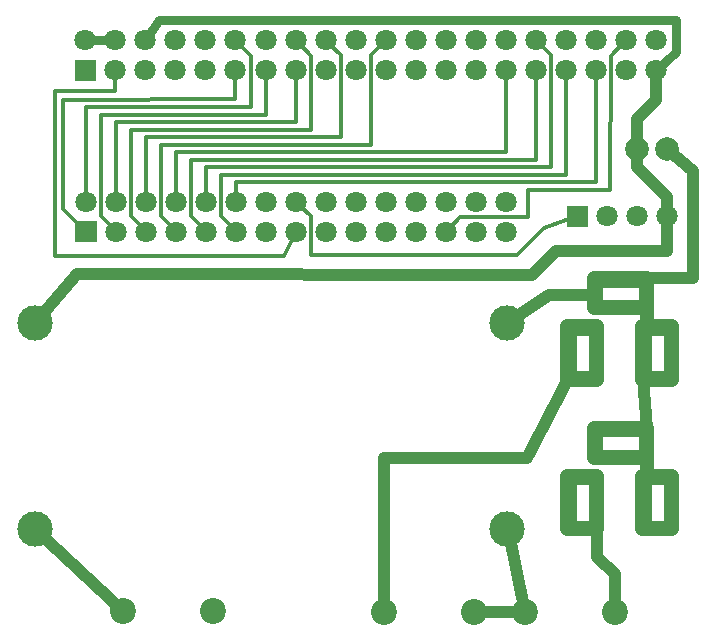
<source format=gbr>
%FSLAX34Y34*%
%MOMM*%
%LNSILK_TOP*%
G71*
G01*
%ADD10C, 1.80*%
%ADD11C, 2.20*%
%ADD12C, 3.00*%
%ADD13C, 2.00*%
%ADD14C, 1.50*%
%ADD15C, 1.50*%
%ADD16C, 0.35*%
%ADD17C, 1.00*%
%ADD18C, 2.00*%
%ADD19C, 0.80*%
%ADD20C, 0.10*%
%ADD21C, 0.75*%
%ADD22C, 1.15*%
%ADD23C, 1.10*%
%LPD*%
X85328Y-25797D02*
G54D10*
D03*
G36*
X76328Y-42197D02*
X94328Y-42197D01*
X94328Y-60197D01*
X76328Y-60197D01*
X76328Y-42197D01*
G37*
X110728Y-25797D02*
G54D10*
D03*
X110728Y-51197D02*
G54D10*
D03*
X136128Y-25797D02*
G54D10*
D03*
X136128Y-51197D02*
G54D10*
D03*
X161528Y-25797D02*
G54D10*
D03*
X161528Y-51197D02*
G54D10*
D03*
X186928Y-25797D02*
G54D10*
D03*
X186928Y-51197D02*
G54D10*
D03*
X212328Y-25797D02*
G54D10*
D03*
X212328Y-51197D02*
G54D10*
D03*
X237828Y-25797D02*
G54D10*
D03*
X237828Y-51197D02*
G54D10*
D03*
X263228Y-25797D02*
G54D10*
D03*
X263228Y-51197D02*
G54D10*
D03*
X288628Y-25797D02*
G54D10*
D03*
X288628Y-51197D02*
G54D10*
D03*
X314028Y-25797D02*
G54D10*
D03*
X314028Y-51197D02*
G54D10*
D03*
X339428Y-25797D02*
G54D10*
D03*
X339428Y-51197D02*
G54D10*
D03*
X364828Y-25797D02*
G54D10*
D03*
X364828Y-51197D02*
G54D10*
D03*
X390228Y-25797D02*
G54D10*
D03*
X390228Y-51197D02*
G54D10*
D03*
X415628Y-25797D02*
G54D10*
D03*
X415628Y-51197D02*
G54D10*
D03*
X441028Y-25797D02*
G54D10*
D03*
X441028Y-51197D02*
G54D10*
D03*
X466428Y-25797D02*
G54D10*
D03*
X466428Y-51197D02*
G54D10*
D03*
X491828Y-25797D02*
G54D10*
D03*
X491828Y-51197D02*
G54D10*
D03*
X517228Y-25797D02*
G54D10*
D03*
X517228Y-51197D02*
G54D10*
D03*
X542628Y-25797D02*
G54D10*
D03*
X542628Y-51197D02*
G54D10*
D03*
X568028Y-25797D02*
G54D10*
D03*
X568028Y-51197D02*
G54D10*
D03*
X85725Y-162322D02*
G54D10*
D03*
G36*
X76725Y-178722D02*
X94725Y-178722D01*
X94725Y-196722D01*
X76725Y-196722D01*
X76725Y-178722D01*
G37*
X111125Y-162322D02*
G54D10*
D03*
X111125Y-187722D02*
G54D10*
D03*
X136525Y-162322D02*
G54D10*
D03*
X136525Y-187722D02*
G54D10*
D03*
X161925Y-162322D02*
G54D10*
D03*
X161925Y-187722D02*
G54D10*
D03*
X187325Y-162322D02*
G54D10*
D03*
X187325Y-187722D02*
G54D10*
D03*
X212725Y-162322D02*
G54D10*
D03*
X212725Y-187722D02*
G54D10*
D03*
X238225Y-162322D02*
G54D10*
D03*
X238225Y-187722D02*
G54D10*
D03*
X263625Y-162322D02*
G54D10*
D03*
X263625Y-187722D02*
G54D10*
D03*
X289025Y-162322D02*
G54D10*
D03*
X289025Y-187722D02*
G54D10*
D03*
X314425Y-162322D02*
G54D10*
D03*
X314425Y-187722D02*
G54D10*
D03*
X339825Y-162322D02*
G54D10*
D03*
X339825Y-187722D02*
G54D10*
D03*
X365225Y-162322D02*
G54D10*
D03*
X365225Y-187722D02*
G54D10*
D03*
X390625Y-162322D02*
G54D10*
D03*
X390625Y-187722D02*
G54D10*
D03*
X416025Y-162322D02*
G54D10*
D03*
X416025Y-187722D02*
G54D10*
D03*
X441425Y-162322D02*
G54D10*
D03*
X441425Y-187722D02*
G54D10*
D03*
X577878Y-174693D02*
G54D10*
D03*
X552478Y-174693D02*
G54D10*
D03*
X527078Y-174693D02*
G54D10*
D03*
G36*
X510678Y-165693D02*
X510678Y-183693D01*
X492678Y-183693D01*
X492678Y-165693D01*
X510678Y-165693D01*
G37*
X193278Y-509190D02*
G54D11*
D03*
X117078Y-509190D02*
G54D11*
D03*
X414337Y-509588D02*
G54D11*
D03*
X338137Y-509588D02*
G54D11*
D03*
X457200Y-509588D02*
G54D11*
D03*
X533400Y-509588D02*
G54D11*
D03*
X442515Y-439738D02*
G54D12*
D03*
X442515Y-265113D02*
G54D12*
D03*
X42465Y-439738D02*
G54D12*
D03*
X42465Y-265113D02*
G54D12*
D03*
X42465Y-439738D02*
G54D13*
D03*
X42465Y-265113D02*
G54D13*
D03*
X442515Y-265113D02*
G54D13*
D03*
X442515Y-439738D02*
G54D13*
D03*
X193278Y-509190D02*
G54D14*
D03*
X117078Y-509190D02*
G54D14*
D03*
X414337Y-509588D02*
G54D14*
D03*
X338137Y-509588D02*
G54D14*
D03*
X457200Y-509588D02*
G54D14*
D03*
X533400Y-509588D02*
G54D14*
D03*
X85725Y-162322D02*
G54D15*
D03*
G36*
X78225Y-180222D02*
X93225Y-180222D01*
X93225Y-195222D01*
X78225Y-195222D01*
X78225Y-180222D01*
G37*
X111125Y-162322D02*
G54D15*
D03*
X111125Y-187722D02*
G54D15*
D03*
X136525Y-162322D02*
G54D15*
D03*
X136525Y-187722D02*
G54D15*
D03*
X161925Y-162322D02*
G54D15*
D03*
X161925Y-187722D02*
G54D15*
D03*
X187325Y-162322D02*
G54D15*
D03*
X187325Y-187722D02*
G54D15*
D03*
X212725Y-162322D02*
G54D15*
D03*
X212725Y-187722D02*
G54D15*
D03*
X238225Y-162322D02*
G54D15*
D03*
X238225Y-187722D02*
G54D15*
D03*
X263625Y-162322D02*
G54D15*
D03*
X263625Y-187722D02*
G54D15*
D03*
X289025Y-162322D02*
G54D15*
D03*
X289025Y-187722D02*
G54D15*
D03*
X314425Y-162322D02*
G54D15*
D03*
X314425Y-187722D02*
G54D15*
D03*
X339825Y-162322D02*
G54D15*
D03*
X339825Y-187722D02*
G54D15*
D03*
X365225Y-162322D02*
G54D15*
D03*
X365225Y-187722D02*
G54D15*
D03*
X390625Y-162322D02*
G54D15*
D03*
X390625Y-187722D02*
G54D15*
D03*
X416025Y-162322D02*
G54D15*
D03*
X416025Y-187722D02*
G54D15*
D03*
X441425Y-162322D02*
G54D15*
D03*
X441425Y-187722D02*
G54D15*
D03*
X577878Y-174693D02*
G54D15*
D03*
X552478Y-174693D02*
G54D15*
D03*
X527078Y-174693D02*
G54D15*
D03*
G36*
X509178Y-167193D02*
X509178Y-182193D01*
X494178Y-182193D01*
X494178Y-167193D01*
X509178Y-167193D01*
G37*
X85328Y-25797D02*
G54D15*
D03*
G36*
X77828Y-43697D02*
X92828Y-43697D01*
X92828Y-58697D01*
X77828Y-58697D01*
X77828Y-43697D01*
G37*
X110728Y-25797D02*
G54D15*
D03*
X110728Y-51197D02*
G54D15*
D03*
X136128Y-25797D02*
G54D15*
D03*
X136128Y-51197D02*
G54D15*
D03*
X161528Y-25797D02*
G54D15*
D03*
X161528Y-51197D02*
G54D15*
D03*
X186928Y-25797D02*
G54D15*
D03*
X186928Y-51197D02*
G54D15*
D03*
X212328Y-25797D02*
G54D15*
D03*
X212328Y-51197D02*
G54D15*
D03*
X237828Y-25797D02*
G54D15*
D03*
X237828Y-51197D02*
G54D15*
D03*
X263228Y-25797D02*
G54D15*
D03*
X263228Y-51197D02*
G54D15*
D03*
X288628Y-25797D02*
G54D15*
D03*
X288628Y-51197D02*
G54D15*
D03*
X314028Y-25797D02*
G54D15*
D03*
X314028Y-51197D02*
G54D15*
D03*
X339428Y-25797D02*
G54D15*
D03*
X339428Y-51197D02*
G54D15*
D03*
X364828Y-25797D02*
G54D15*
D03*
X364828Y-51197D02*
G54D15*
D03*
X390228Y-25797D02*
G54D15*
D03*
X390228Y-51197D02*
G54D15*
D03*
X415628Y-25797D02*
G54D15*
D03*
X415628Y-51197D02*
G54D15*
D03*
X441028Y-25797D02*
G54D15*
D03*
X441028Y-51197D02*
G54D15*
D03*
X466428Y-25797D02*
G54D15*
D03*
X466428Y-51197D02*
G54D15*
D03*
X491828Y-25797D02*
G54D15*
D03*
X491828Y-51197D02*
G54D15*
D03*
X517228Y-25797D02*
G54D15*
D03*
X517228Y-51197D02*
G54D15*
D03*
X542628Y-25797D02*
G54D15*
D03*
X542628Y-51197D02*
G54D15*
D03*
X568028Y-25797D02*
G54D15*
D03*
X568028Y-51197D02*
G54D15*
D03*
G54D16*
X212328Y-51197D02*
X212328Y-75803D01*
X66675Y-76200D01*
X66675Y-168672D01*
X85725Y-187722D01*
G54D16*
X85725Y-162322D02*
X85725Y-82550D01*
X225425Y-82550D01*
X225425Y-38894D01*
X212328Y-25797D01*
G54D16*
X111125Y-187722D02*
X111125Y-187325D01*
X98425Y-174625D01*
X98425Y-88900D01*
X238125Y-88900D01*
X237828Y-51197D01*
G54D16*
X111125Y-162322D02*
X111125Y-95250D01*
X263525Y-95250D01*
X263525Y-51494D01*
X263228Y-51197D01*
G54D16*
X136525Y-187722D02*
X136525Y-187325D01*
X123825Y-174625D01*
X123825Y-101600D01*
X276225Y-101600D01*
X276225Y-38794D01*
X263228Y-25797D01*
G54D16*
X136228Y-162025D02*
X136228Y-107653D01*
X301328Y-107653D01*
X301328Y-38497D01*
X288331Y-25500D01*
G54D16*
X161925Y-187722D02*
X161925Y-187325D01*
X149225Y-174625D01*
X149225Y-114300D01*
X327025Y-114300D01*
X327025Y-38200D01*
X339428Y-25797D01*
G54D16*
X161925Y-162322D02*
X161925Y-120650D01*
X441325Y-120650D01*
X441028Y-51197D01*
G54D16*
X187325Y-162322D02*
X187325Y-133350D01*
X479425Y-133350D01*
X479425Y-38100D01*
X466428Y-25797D01*
G54D16*
X212725Y-187722D02*
X212725Y-187325D01*
X200025Y-174625D01*
X200025Y-139700D01*
X492125Y-139700D01*
X491828Y-51197D01*
G54D16*
X187325Y-187722D02*
X187325Y-187325D01*
X174625Y-174625D01*
X174625Y-127000D01*
X466725Y-127000D01*
X466428Y-51197D01*
G54D16*
X212725Y-162322D02*
X212725Y-146050D01*
X517525Y-145753D01*
X517228Y-51197D01*
G54D16*
X263625Y-187722D02*
X253603Y-208359D01*
X59531Y-208359D01*
X59531Y-68262D01*
X110728Y-68262D01*
X110728Y-51197D01*
G54D16*
X390625Y-187722D02*
X402828Y-175022D01*
X459978Y-175022D01*
X459978Y-152400D01*
X529828Y-152400D01*
X529928Y-39291D01*
X542628Y-25797D01*
G54D16*
X263625Y-162322D02*
X263922Y-162322D01*
X276225Y-174625D01*
X276225Y-207566D01*
X450946Y-207566D01*
X473472Y-184547D01*
X501678Y-174693D01*
G54D17*
X577850Y-117475D02*
X600075Y-136525D01*
X600103Y-226587D01*
X559991Y-226615D01*
G54D17*
X338137Y-509588D02*
X338138Y-379412D01*
X458788Y-379016D01*
X493556Y-312837D01*
G54D17*
X518319Y-437753D02*
X518319Y-463550D01*
X533400Y-477838D01*
X533400Y-509588D01*
G54D17*
X414337Y-509588D02*
X457200Y-509588D01*
G54D17*
X457200Y-509588D02*
X442912Y-439341D01*
X442515Y-439738D01*
G54D17*
X442515Y-265113D02*
X478234Y-241300D01*
X517922Y-241300D01*
X577850Y-117475D02*
G54D18*
D03*
X552450Y-117475D02*
G54D18*
D03*
X577850Y-117475D02*
G54D15*
D03*
X577850Y-117475D02*
G54D15*
D03*
X552450Y-117475D02*
G54D15*
D03*
G54D17*
X552450Y-117475D02*
X552450Y-133350D01*
X577850Y-158750D01*
X577850Y-174665D01*
X577878Y-174693D01*
G54D17*
X577878Y-174693D02*
X577878Y-204363D01*
X483394Y-204391D01*
X463550Y-224234D01*
X78185Y-223838D01*
X42465Y-265113D01*
G54D17*
X42465Y-439738D02*
X117078Y-509190D01*
G54D17*
X568028Y-51197D02*
X568028Y-76497D01*
X552450Y-92075D01*
X552450Y-117475D01*
G54D19*
X136128Y-25797D02*
X148034Y-8731D01*
X585391Y-8334D01*
X585391Y-35819D01*
X568028Y-51197D01*
G54D19*
X110728Y-25797D02*
X85328Y-25797D01*
G54D20*
X563959Y-275034D02*
X575072Y-275034D01*
X575072Y-305991D01*
X563959Y-305991D01*
X563959Y-275034D01*
G36*
X578247Y-275034D02*
X578247Y-271859D01*
X560784Y-271859D01*
X560784Y-275034D01*
X578247Y-275034D01*
G37*
G54D20*
X578247Y-275034D02*
X578247Y-271859D01*
X560784Y-271859D01*
X560784Y-275034D01*
X578247Y-275034D01*
G36*
X560784Y-271859D02*
X560784Y-309166D01*
X563959Y-309166D01*
X563959Y-271859D01*
X560784Y-271859D01*
G37*
G54D20*
X560784Y-271859D02*
X560784Y-309166D01*
X563959Y-309166D01*
X563959Y-271859D01*
X560784Y-271859D01*
G36*
X578247Y-271859D02*
X578247Y-308372D01*
X575072Y-308372D01*
X575072Y-271859D01*
X578247Y-271859D01*
G37*
G54D20*
X578247Y-271859D02*
X578247Y-308372D01*
X575072Y-308372D01*
X575072Y-271859D01*
X578247Y-271859D01*
G36*
X578247Y-309166D02*
X578247Y-305991D01*
X560784Y-305991D01*
X560784Y-309166D01*
X578247Y-309166D01*
G37*
G54D20*
X578247Y-309166D02*
X578247Y-305991D01*
X560784Y-305991D01*
X560784Y-309166D01*
X578247Y-309166D01*
G54D21*
X560388Y-271462D02*
X578644Y-271462D01*
X578644Y-309562D01*
X560388Y-309562D01*
X560388Y-271462D01*
G54D22*
X556816Y-313134D02*
X582216Y-313134D01*
X582216Y-267891D01*
X556816Y-267891D01*
X556816Y-313134D01*
G54D20*
X553641Y-234553D02*
X553641Y-245665D01*
X522685Y-245665D01*
X522685Y-234553D01*
X553641Y-234553D01*
G36*
X553641Y-248840D02*
X556816Y-248840D01*
X556816Y-231378D01*
X553641Y-231378D01*
X553641Y-248840D01*
G37*
G54D20*
X553641Y-248840D02*
X556816Y-248840D01*
X556816Y-231378D01*
X553641Y-231378D01*
X553641Y-248840D01*
G36*
X556816Y-231378D02*
X519510Y-231378D01*
X519510Y-234553D01*
X556816Y-234553D01*
X556816Y-231378D01*
G37*
G54D20*
X556816Y-231378D02*
X519510Y-231378D01*
X519510Y-234553D01*
X556816Y-234553D01*
X556816Y-231378D01*
G36*
X556816Y-248840D02*
X520303Y-248840D01*
X520303Y-245665D01*
X556816Y-245665D01*
X556816Y-248840D01*
G37*
G54D20*
X556816Y-248840D02*
X520303Y-248840D01*
X520303Y-245665D01*
X556816Y-245665D01*
X556816Y-248840D01*
G36*
X519510Y-248840D02*
X522685Y-248840D01*
X522685Y-231378D01*
X519510Y-231378D01*
X519510Y-248840D01*
G37*
G54D20*
X519510Y-248840D02*
X522685Y-248840D01*
X522685Y-231378D01*
X519510Y-231378D01*
X519510Y-248840D01*
G54D21*
X557213Y-230981D02*
X557213Y-249237D01*
X519113Y-249237D01*
X519113Y-230981D01*
X557213Y-230981D01*
G54D22*
X515541Y-227409D02*
X515541Y-252809D01*
X560785Y-252809D01*
X560785Y-227409D01*
X515541Y-227409D01*
G54D22*
X560785Y-252809D02*
X560785Y-263525D01*
X515938Y-227806D02*
G54D23*
D03*
X560388Y-227806D02*
G54D23*
D03*
X560388Y-252809D02*
G54D23*
D03*
X515938Y-252412D02*
G54D23*
D03*
X582059Y-268387D02*
G54D23*
D03*
X582059Y-312836D02*
G54D23*
D03*
X557056Y-312837D02*
G54D23*
D03*
X557453Y-268387D02*
G54D23*
D03*
G54D20*
X500459Y-275034D02*
X511572Y-275034D01*
X511572Y-305991D01*
X500459Y-305991D01*
X500459Y-275034D01*
G36*
X514747Y-275034D02*
X514747Y-271859D01*
X497284Y-271859D01*
X497284Y-275034D01*
X514747Y-275034D01*
G37*
G54D20*
X514747Y-275034D02*
X514747Y-271859D01*
X497284Y-271859D01*
X497284Y-275034D01*
X514747Y-275034D01*
G36*
X497284Y-271859D02*
X497284Y-309166D01*
X500459Y-309166D01*
X500459Y-271859D01*
X497284Y-271859D01*
G37*
G54D20*
X497284Y-271859D02*
X497284Y-309166D01*
X500459Y-309166D01*
X500459Y-271859D01*
X497284Y-271859D01*
G36*
X514747Y-271859D02*
X514747Y-308372D01*
X511572Y-308372D01*
X511572Y-271859D01*
X514747Y-271859D01*
G37*
G54D20*
X514747Y-271859D02*
X514747Y-308372D01*
X511572Y-308372D01*
X511572Y-271859D01*
X514747Y-271859D01*
G36*
X514747Y-309166D02*
X514747Y-305991D01*
X497284Y-305991D01*
X497284Y-309166D01*
X514747Y-309166D01*
G37*
G54D20*
X514747Y-309166D02*
X514747Y-305991D01*
X497284Y-305991D01*
X497284Y-309166D01*
X514747Y-309166D01*
G54D21*
X496888Y-271462D02*
X515144Y-271462D01*
X515144Y-309562D01*
X496888Y-309562D01*
X496888Y-271462D01*
G54D22*
X493316Y-313134D02*
X518716Y-313134D01*
X518716Y-267891D01*
X493316Y-267891D01*
X493316Y-313134D01*
X518559Y-268387D02*
G54D23*
D03*
X518559Y-312836D02*
G54D23*
D03*
X493556Y-312837D02*
G54D23*
D03*
X493953Y-268387D02*
G54D23*
D03*
G54D20*
X563959Y-401638D02*
X575072Y-401638D01*
X575072Y-432594D01*
X563959Y-432594D01*
X563959Y-401638D01*
G36*
X578247Y-401638D02*
X578247Y-398462D01*
X560784Y-398462D01*
X560784Y-401638D01*
X578247Y-401638D01*
G37*
G54D20*
X578247Y-401638D02*
X578247Y-398462D01*
X560784Y-398462D01*
X560784Y-401638D01*
X578247Y-401638D01*
G36*
X560784Y-398462D02*
X560784Y-435769D01*
X563959Y-435769D01*
X563959Y-398462D01*
X560784Y-398462D01*
G37*
G54D20*
X560784Y-398462D02*
X560784Y-435769D01*
X563959Y-435769D01*
X563959Y-398462D01*
X560784Y-398462D01*
G36*
X578247Y-398462D02*
X578247Y-434975D01*
X575072Y-434975D01*
X575072Y-398462D01*
X578247Y-398462D01*
G37*
G54D20*
X578247Y-398462D02*
X578247Y-434975D01*
X575072Y-434975D01*
X575072Y-398462D01*
X578247Y-398462D01*
G36*
X578247Y-435769D02*
X578247Y-432594D01*
X560784Y-432594D01*
X560784Y-435769D01*
X578247Y-435769D01*
G37*
G54D20*
X578247Y-435769D02*
X578247Y-432594D01*
X560784Y-432594D01*
X560784Y-435769D01*
X578247Y-435769D01*
G54D21*
X560388Y-398066D02*
X578644Y-398066D01*
X578644Y-436166D01*
X560388Y-436166D01*
X560388Y-398066D01*
G54D22*
X556816Y-439738D02*
X582216Y-439738D01*
X582216Y-394494D01*
X556816Y-394494D01*
X556816Y-439738D01*
G54D20*
X553641Y-361156D02*
X553641Y-372268D01*
X522685Y-372268D01*
X522685Y-361156D01*
X553641Y-361156D01*
G36*
X553641Y-375443D02*
X556816Y-375443D01*
X556816Y-357981D01*
X553641Y-357981D01*
X553641Y-375443D01*
G37*
G54D20*
X553641Y-375443D02*
X556816Y-375443D01*
X556816Y-357981D01*
X553641Y-357981D01*
X553641Y-375443D01*
G36*
X556816Y-357981D02*
X519510Y-357981D01*
X519510Y-361156D01*
X556816Y-361156D01*
X556816Y-357981D01*
G37*
G54D20*
X556816Y-357981D02*
X519510Y-357981D01*
X519510Y-361156D01*
X556816Y-361156D01*
X556816Y-357981D01*
G36*
X556816Y-375443D02*
X520303Y-375443D01*
X520303Y-372268D01*
X556816Y-372268D01*
X556816Y-375443D01*
G37*
G54D20*
X556816Y-375443D02*
X520303Y-375443D01*
X520303Y-372268D01*
X556816Y-372268D01*
X556816Y-375443D01*
G36*
X519510Y-375443D02*
X522685Y-375443D01*
X522685Y-357981D01*
X519510Y-357981D01*
X519510Y-375443D01*
G37*
G54D20*
X519510Y-375443D02*
X522685Y-375443D01*
X522685Y-357981D01*
X519510Y-357981D01*
X519510Y-375443D01*
G54D21*
X557213Y-357584D02*
X557213Y-375840D01*
X519113Y-375840D01*
X519113Y-357584D01*
X557213Y-357584D01*
G54D22*
X515541Y-354012D02*
X515541Y-379412D01*
X560785Y-379412D01*
X560785Y-354012D01*
X515541Y-354012D01*
G54D22*
X560785Y-379412D02*
X560785Y-390128D01*
X515938Y-354409D02*
G54D23*
D03*
X560388Y-354409D02*
G54D23*
D03*
X560388Y-379412D02*
G54D23*
D03*
X515938Y-379015D02*
G54D23*
D03*
X582059Y-394990D02*
G54D23*
D03*
X582059Y-439440D02*
G54D23*
D03*
X557056Y-439440D02*
G54D23*
D03*
X557453Y-394990D02*
G54D23*
D03*
G54D20*
X500459Y-401638D02*
X511572Y-401638D01*
X511572Y-432594D01*
X500459Y-432594D01*
X500459Y-401638D01*
G36*
X514747Y-401638D02*
X514747Y-398462D01*
X497284Y-398462D01*
X497284Y-401638D01*
X514747Y-401638D01*
G37*
G54D20*
X514747Y-401638D02*
X514747Y-398462D01*
X497284Y-398462D01*
X497284Y-401638D01*
X514747Y-401638D01*
G36*
X497284Y-398462D02*
X497284Y-435769D01*
X500459Y-435769D01*
X500459Y-398462D01*
X497284Y-398462D01*
G37*
G54D20*
X497284Y-398462D02*
X497284Y-435769D01*
X500459Y-435769D01*
X500459Y-398462D01*
X497284Y-398462D01*
G36*
X514747Y-398462D02*
X514747Y-434975D01*
X511572Y-434975D01*
X511572Y-398462D01*
X514747Y-398462D01*
G37*
G54D20*
X514747Y-398462D02*
X514747Y-434975D01*
X511572Y-434975D01*
X511572Y-398462D01*
X514747Y-398462D01*
G36*
X514747Y-435769D02*
X514747Y-432594D01*
X497284Y-432594D01*
X497284Y-435769D01*
X514747Y-435769D01*
G37*
G54D20*
X514747Y-435769D02*
X514747Y-432594D01*
X497284Y-432594D01*
X497284Y-435769D01*
X514747Y-435769D01*
G54D21*
X496888Y-398066D02*
X515144Y-398066D01*
X515144Y-436166D01*
X496888Y-436166D01*
X496888Y-398066D01*
G54D22*
X493316Y-439738D02*
X518716Y-439738D01*
X518716Y-394494D01*
X493316Y-394494D01*
X493316Y-439738D01*
X518559Y-394990D02*
G54D23*
D03*
X518559Y-439440D02*
G54D23*
D03*
X493556Y-439440D02*
G54D23*
D03*
X493953Y-394990D02*
G54D23*
D03*
G54D17*
X557056Y-312837D02*
X560388Y-354409D01*
M02*

</source>
